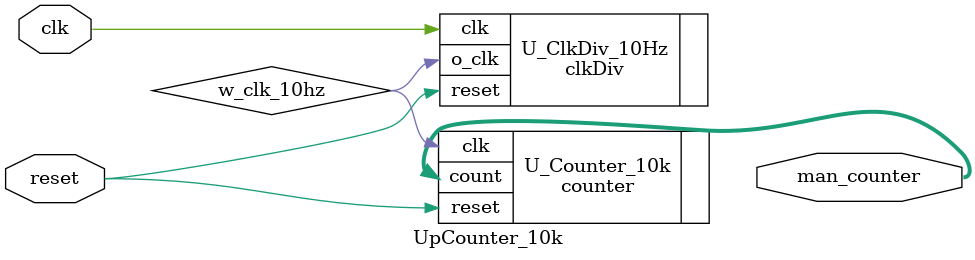
<source format=v>
`timescale 1ns / 1ps

module UpCounter_10k (
    input clk,
    input reset,
    output [13:0] man_counter
);
    wire w_clk_10hz;
    wire [13:0] w_count_10k;

    clkDiv #(.MAX_COUNT(10_000_000)) U_ClkDiv_10Hz (
        .clk  (clk),
        .reset(reset),
        .o_clk(w_clk_10hz)
    );

    counter #(.MAX_COUNT(10_000)) U_Counter_10k (
        .clk  (w_clk_10hz),
        .reset(reset),
        .count(man_counter)
    );

    // fndController U_fndController (
    //     .clk(clk),
    //     .reset(reset),
    //     .digit(w_count_10k),
    //     .fndFont(fndFont),
    //     .fndCom(fndCom)
    // );
endmodule

</source>
